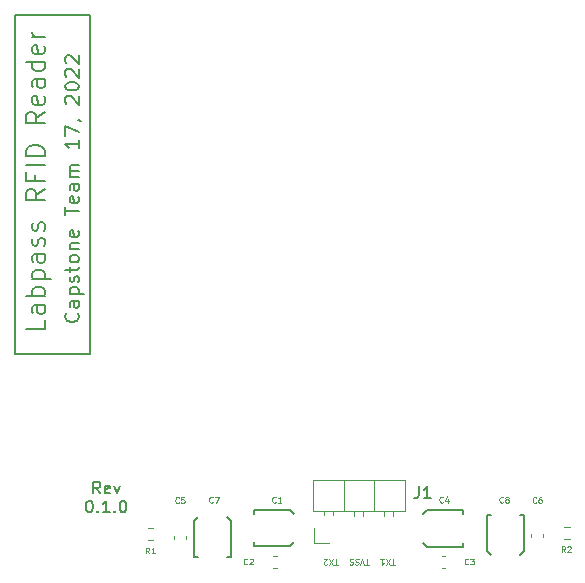
<source format=gto>
%TF.GenerationSoftware,KiCad,Pcbnew,(6.0.4-0)*%
%TF.CreationDate,2022-04-21T20:04:49-07:00*%
%TF.ProjectId,Labpass RFID Reader - Mez,4c616270-6173-4732-9052-464944205265,0.1.0*%
%TF.SameCoordinates,Original*%
%TF.FileFunction,Legend,Top*%
%TF.FilePolarity,Positive*%
%FSLAX46Y46*%
G04 Gerber Fmt 4.6, Leading zero omitted, Abs format (unit mm)*
G04 Created by KiCad (PCBNEW (6.0.4-0)) date 2022-04-21 20:04:49*
%MOMM*%
%LPD*%
G01*
G04 APERTURE LIST*
%ADD10C,0.150000*%
%ADD11C,0.200000*%
%ADD12C,0.100000*%
%ADD13C,0.125000*%
%ADD14C,0.127000*%
%ADD15C,0.120000*%
G04 APERTURE END LIST*
D10*
X110070004Y-101634999D02*
X116470004Y-101634999D01*
X116470004Y-101634999D02*
X116470004Y-72934999D01*
X116470004Y-72934999D02*
X110070004Y-72934999D01*
X110070004Y-72934999D02*
X110070004Y-101634999D01*
D11*
X115398575Y-98177856D02*
X115455718Y-98234999D01*
X115512861Y-98406427D01*
X115512861Y-98520713D01*
X115455718Y-98692141D01*
X115341432Y-98806427D01*
X115227146Y-98863570D01*
X114998575Y-98920713D01*
X114827146Y-98920713D01*
X114598575Y-98863570D01*
X114484289Y-98806427D01*
X114370004Y-98692141D01*
X114312861Y-98520713D01*
X114312861Y-98406427D01*
X114370004Y-98234999D01*
X114427146Y-98177856D01*
X115512861Y-97149284D02*
X114884289Y-97149284D01*
X114770004Y-97206427D01*
X114712861Y-97320713D01*
X114712861Y-97549284D01*
X114770004Y-97663570D01*
X115455718Y-97149284D02*
X115512861Y-97263570D01*
X115512861Y-97549284D01*
X115455718Y-97663570D01*
X115341432Y-97720713D01*
X115227146Y-97720713D01*
X115112861Y-97663570D01*
X115055718Y-97549284D01*
X115055718Y-97263570D01*
X114998575Y-97149284D01*
X114712861Y-96577856D02*
X115912861Y-96577856D01*
X114770004Y-96577856D02*
X114712861Y-96463570D01*
X114712861Y-96234999D01*
X114770004Y-96120713D01*
X114827146Y-96063570D01*
X114941432Y-96006427D01*
X115284289Y-96006427D01*
X115398575Y-96063570D01*
X115455718Y-96120713D01*
X115512861Y-96234999D01*
X115512861Y-96463570D01*
X115455718Y-96577856D01*
X115455718Y-95549284D02*
X115512861Y-95434999D01*
X115512861Y-95206427D01*
X115455718Y-95092141D01*
X115341432Y-95034999D01*
X115284289Y-95034999D01*
X115170004Y-95092141D01*
X115112861Y-95206427D01*
X115112861Y-95377856D01*
X115055718Y-95492141D01*
X114941432Y-95549284D01*
X114884289Y-95549284D01*
X114770004Y-95492141D01*
X114712861Y-95377856D01*
X114712861Y-95206427D01*
X114770004Y-95092141D01*
X114712861Y-94692141D02*
X114712861Y-94234999D01*
X114312861Y-94520713D02*
X115341432Y-94520713D01*
X115455718Y-94463570D01*
X115512861Y-94349284D01*
X115512861Y-94234999D01*
X115512861Y-93663570D02*
X115455718Y-93777856D01*
X115398575Y-93834999D01*
X115284289Y-93892141D01*
X114941432Y-93892141D01*
X114827146Y-93834999D01*
X114770004Y-93777856D01*
X114712861Y-93663570D01*
X114712861Y-93492141D01*
X114770004Y-93377856D01*
X114827146Y-93320713D01*
X114941432Y-93263570D01*
X115284289Y-93263570D01*
X115398575Y-93320713D01*
X115455718Y-93377856D01*
X115512861Y-93492141D01*
X115512861Y-93663570D01*
X114712861Y-92749284D02*
X115512861Y-92749284D01*
X114827146Y-92749284D02*
X114770004Y-92692141D01*
X114712861Y-92577856D01*
X114712861Y-92406427D01*
X114770004Y-92292141D01*
X114884289Y-92234999D01*
X115512861Y-92234999D01*
X115455718Y-91206427D02*
X115512861Y-91320713D01*
X115512861Y-91549284D01*
X115455718Y-91663570D01*
X115341432Y-91720713D01*
X114884289Y-91720713D01*
X114770004Y-91663570D01*
X114712861Y-91549284D01*
X114712861Y-91320713D01*
X114770004Y-91206427D01*
X114884289Y-91149284D01*
X114998575Y-91149284D01*
X115112861Y-91720713D01*
X114312861Y-89892141D02*
X114312861Y-89206427D01*
X115512861Y-89549284D02*
X114312861Y-89549284D01*
X115455718Y-88349284D02*
X115512861Y-88463570D01*
X115512861Y-88692141D01*
X115455718Y-88806427D01*
X115341432Y-88863570D01*
X114884289Y-88863570D01*
X114770004Y-88806427D01*
X114712861Y-88692141D01*
X114712861Y-88463570D01*
X114770004Y-88349284D01*
X114884289Y-88292141D01*
X114998575Y-88292141D01*
X115112861Y-88863570D01*
X115512861Y-87263570D02*
X114884289Y-87263570D01*
X114770004Y-87320713D01*
X114712861Y-87434999D01*
X114712861Y-87663570D01*
X114770004Y-87777856D01*
X115455718Y-87263570D02*
X115512861Y-87377856D01*
X115512861Y-87663570D01*
X115455718Y-87777856D01*
X115341432Y-87834999D01*
X115227146Y-87834999D01*
X115112861Y-87777856D01*
X115055718Y-87663570D01*
X115055718Y-87377856D01*
X114998575Y-87263570D01*
X115512861Y-86692141D02*
X114712861Y-86692141D01*
X114827146Y-86692141D02*
X114770004Y-86634999D01*
X114712861Y-86520713D01*
X114712861Y-86349284D01*
X114770004Y-86234999D01*
X114884289Y-86177856D01*
X115512861Y-86177856D01*
X114884289Y-86177856D02*
X114770004Y-86120713D01*
X114712861Y-86006427D01*
X114712861Y-85834999D01*
X114770004Y-85720713D01*
X114884289Y-85663570D01*
X115512861Y-85663570D01*
X115512861Y-83549284D02*
X115512861Y-84234999D01*
X115512861Y-83892141D02*
X114312861Y-83892141D01*
X114484289Y-84006427D01*
X114598575Y-84120713D01*
X114655718Y-84234999D01*
X114312861Y-83149284D02*
X114312861Y-82349284D01*
X115512861Y-82863570D01*
X115455718Y-81834999D02*
X115512861Y-81834999D01*
X115627146Y-81892141D01*
X115684289Y-81949284D01*
X114427146Y-80463570D02*
X114370004Y-80406427D01*
X114312861Y-80292141D01*
X114312861Y-80006427D01*
X114370004Y-79892141D01*
X114427146Y-79834999D01*
X114541432Y-79777856D01*
X114655718Y-79777856D01*
X114827146Y-79834999D01*
X115512861Y-80520713D01*
X115512861Y-79777856D01*
X114312861Y-79034999D02*
X114312861Y-78920713D01*
X114370004Y-78806427D01*
X114427146Y-78749284D01*
X114541432Y-78692141D01*
X114770004Y-78634999D01*
X115055718Y-78634999D01*
X115284289Y-78692141D01*
X115398575Y-78749284D01*
X115455718Y-78806427D01*
X115512861Y-78920713D01*
X115512861Y-79034999D01*
X115455718Y-79149284D01*
X115398575Y-79206427D01*
X115284289Y-79263570D01*
X115055718Y-79320713D01*
X114770004Y-79320713D01*
X114541432Y-79263570D01*
X114427146Y-79206427D01*
X114370004Y-79149284D01*
X114312861Y-79034999D01*
X114427146Y-78177856D02*
X114370004Y-78120713D01*
X114312861Y-78006427D01*
X114312861Y-77720713D01*
X114370004Y-77606427D01*
X114427146Y-77549284D01*
X114541432Y-77492141D01*
X114655718Y-77492141D01*
X114827146Y-77549284D01*
X115512861Y-78234999D01*
X115512861Y-77492141D01*
X114427146Y-77034999D02*
X114370004Y-76977856D01*
X114312861Y-76863570D01*
X114312861Y-76577856D01*
X114370004Y-76463570D01*
X114427146Y-76406427D01*
X114541432Y-76349284D01*
X114655718Y-76349284D01*
X114827146Y-76406427D01*
X115512861Y-77092141D01*
X115512861Y-76349284D01*
X112593813Y-98730237D02*
X112593813Y-99492141D01*
X110993813Y-99492141D01*
X112593813Y-97511189D02*
X111755718Y-97511189D01*
X111603337Y-97587379D01*
X111527146Y-97739760D01*
X111527146Y-98044522D01*
X111603337Y-98196903D01*
X112517623Y-97511189D02*
X112593813Y-97663570D01*
X112593813Y-98044522D01*
X112517623Y-98196903D01*
X112365242Y-98273094D01*
X112212861Y-98273094D01*
X112060480Y-98196903D01*
X111984289Y-98044522D01*
X111984289Y-97663570D01*
X111908099Y-97511189D01*
X112593813Y-96749284D02*
X110993813Y-96749284D01*
X111603337Y-96749284D02*
X111527146Y-96596903D01*
X111527146Y-96292141D01*
X111603337Y-96139760D01*
X111679527Y-96063570D01*
X111831908Y-95987379D01*
X112289051Y-95987379D01*
X112441432Y-96063570D01*
X112517623Y-96139760D01*
X112593813Y-96292141D01*
X112593813Y-96596903D01*
X112517623Y-96749284D01*
X111527146Y-95301665D02*
X113127146Y-95301665D01*
X111603337Y-95301665D02*
X111527146Y-95149284D01*
X111527146Y-94844522D01*
X111603337Y-94692141D01*
X111679527Y-94615951D01*
X111831908Y-94539760D01*
X112289051Y-94539760D01*
X112441432Y-94615951D01*
X112517623Y-94692141D01*
X112593813Y-94844522D01*
X112593813Y-95149284D01*
X112517623Y-95301665D01*
X112593813Y-93168332D02*
X111755718Y-93168332D01*
X111603337Y-93244522D01*
X111527146Y-93396903D01*
X111527146Y-93701665D01*
X111603337Y-93854046D01*
X112517623Y-93168332D02*
X112593813Y-93320713D01*
X112593813Y-93701665D01*
X112517623Y-93854046D01*
X112365242Y-93930237D01*
X112212861Y-93930237D01*
X112060480Y-93854046D01*
X111984289Y-93701665D01*
X111984289Y-93320713D01*
X111908099Y-93168332D01*
X112517623Y-92482618D02*
X112593813Y-92330237D01*
X112593813Y-92025475D01*
X112517623Y-91873094D01*
X112365242Y-91796903D01*
X112289051Y-91796903D01*
X112136670Y-91873094D01*
X112060480Y-92025475D01*
X112060480Y-92254046D01*
X111984289Y-92406427D01*
X111831908Y-92482618D01*
X111755718Y-92482618D01*
X111603337Y-92406427D01*
X111527146Y-92254046D01*
X111527146Y-92025475D01*
X111603337Y-91873094D01*
X112517623Y-91187379D02*
X112593813Y-91034999D01*
X112593813Y-90730237D01*
X112517623Y-90577856D01*
X112365242Y-90501665D01*
X112289051Y-90501665D01*
X112136670Y-90577856D01*
X112060480Y-90730237D01*
X112060480Y-90958808D01*
X111984289Y-91111189D01*
X111831908Y-91187379D01*
X111755718Y-91187379D01*
X111603337Y-91111189D01*
X111527146Y-90958808D01*
X111527146Y-90730237D01*
X111603337Y-90577856D01*
X112593813Y-87682618D02*
X111831908Y-88215951D01*
X112593813Y-88596903D02*
X110993813Y-88596903D01*
X110993813Y-87987379D01*
X111070004Y-87834999D01*
X111146194Y-87758808D01*
X111298575Y-87682618D01*
X111527146Y-87682618D01*
X111679527Y-87758808D01*
X111755718Y-87834999D01*
X111831908Y-87987379D01*
X111831908Y-88596903D01*
X111755718Y-86463570D02*
X111755718Y-86996903D01*
X112593813Y-86996903D02*
X110993813Y-86996903D01*
X110993813Y-86234999D01*
X112593813Y-85625475D02*
X110993813Y-85625475D01*
X112593813Y-84863570D02*
X110993813Y-84863570D01*
X110993813Y-84482618D01*
X111070004Y-84254046D01*
X111222384Y-84101665D01*
X111374765Y-84025475D01*
X111679527Y-83949284D01*
X111908099Y-83949284D01*
X112212861Y-84025475D01*
X112365242Y-84101665D01*
X112517623Y-84254046D01*
X112593813Y-84482618D01*
X112593813Y-84863570D01*
X112593813Y-81130237D02*
X111831908Y-81663570D01*
X112593813Y-82044522D02*
X110993813Y-82044522D01*
X110993813Y-81434999D01*
X111070004Y-81282618D01*
X111146194Y-81206427D01*
X111298575Y-81130237D01*
X111527146Y-81130237D01*
X111679527Y-81206427D01*
X111755718Y-81282618D01*
X111831908Y-81434999D01*
X111831908Y-82044522D01*
X112517623Y-79834999D02*
X112593813Y-79987379D01*
X112593813Y-80292141D01*
X112517623Y-80444522D01*
X112365242Y-80520713D01*
X111755718Y-80520713D01*
X111603337Y-80444522D01*
X111527146Y-80292141D01*
X111527146Y-79987379D01*
X111603337Y-79834999D01*
X111755718Y-79758808D01*
X111908099Y-79758808D01*
X112060480Y-80520713D01*
X112593813Y-78387379D02*
X111755718Y-78387379D01*
X111603337Y-78463570D01*
X111527146Y-78615951D01*
X111527146Y-78920713D01*
X111603337Y-79073094D01*
X112517623Y-78387379D02*
X112593813Y-78539760D01*
X112593813Y-78920713D01*
X112517623Y-79073094D01*
X112365242Y-79149284D01*
X112212861Y-79149284D01*
X112060480Y-79073094D01*
X111984289Y-78920713D01*
X111984289Y-78539760D01*
X111908099Y-78387379D01*
X112593813Y-76939760D02*
X110993813Y-76939760D01*
X112517623Y-76939760D02*
X112593813Y-77092141D01*
X112593813Y-77396903D01*
X112517623Y-77549284D01*
X112441432Y-77625475D01*
X112289051Y-77701665D01*
X111831908Y-77701665D01*
X111679527Y-77625475D01*
X111603337Y-77549284D01*
X111527146Y-77396903D01*
X111527146Y-77092141D01*
X111603337Y-76939760D01*
X112517623Y-75568332D02*
X112593813Y-75720713D01*
X112593813Y-76025475D01*
X112517623Y-76177856D01*
X112365242Y-76254046D01*
X111755718Y-76254046D01*
X111603337Y-76177856D01*
X111527146Y-76025475D01*
X111527146Y-75720713D01*
X111603337Y-75568332D01*
X111755718Y-75492141D01*
X111908099Y-75492141D01*
X112060480Y-76254046D01*
X112593813Y-74806427D02*
X111527146Y-74806427D01*
X111831908Y-74806427D02*
X111679527Y-74730237D01*
X111603337Y-74654046D01*
X111527146Y-74501665D01*
X111527146Y-74349284D01*
D12*
X137419047Y-119473809D02*
X137133333Y-119473809D01*
X137276190Y-118973809D02*
X137276190Y-119473809D01*
X137014285Y-119473809D02*
X136680952Y-118973809D01*
X136680952Y-119473809D02*
X137014285Y-118973809D01*
X136514285Y-119426190D02*
X136490476Y-119450000D01*
X136442857Y-119473809D01*
X136323809Y-119473809D01*
X136276190Y-119450000D01*
X136252380Y-119426190D01*
X136228571Y-119378571D01*
X136228571Y-119330952D01*
X136252380Y-119259523D01*
X136538095Y-118973809D01*
X136228571Y-118973809D01*
X140033333Y-119473809D02*
X139747619Y-119473809D01*
X139890476Y-118973809D02*
X139890476Y-119473809D01*
X139652380Y-119473809D02*
X139485714Y-118973809D01*
X139319047Y-119473809D01*
X139176190Y-118997619D02*
X139104761Y-118973809D01*
X138985714Y-118973809D01*
X138938095Y-118997619D01*
X138914285Y-119021428D01*
X138890476Y-119069047D01*
X138890476Y-119116666D01*
X138914285Y-119164285D01*
X138938095Y-119188095D01*
X138985714Y-119211904D01*
X139080952Y-119235714D01*
X139128571Y-119259523D01*
X139152380Y-119283333D01*
X139176190Y-119330952D01*
X139176190Y-119378571D01*
X139152380Y-119426190D01*
X139128571Y-119450000D01*
X139080952Y-119473809D01*
X138961904Y-119473809D01*
X138890476Y-119450000D01*
X138700000Y-118997619D02*
X138628571Y-118973809D01*
X138509523Y-118973809D01*
X138461904Y-118997619D01*
X138438095Y-119021428D01*
X138414285Y-119069047D01*
X138414285Y-119116666D01*
X138438095Y-119164285D01*
X138461904Y-119188095D01*
X138509523Y-119211904D01*
X138604761Y-119235714D01*
X138652380Y-119259523D01*
X138676190Y-119283333D01*
X138700000Y-119330952D01*
X138700000Y-119378571D01*
X138676190Y-119426190D01*
X138652380Y-119450000D01*
X138604761Y-119473809D01*
X138485714Y-119473809D01*
X138414285Y-119450000D01*
X142219047Y-119473809D02*
X141933333Y-119473809D01*
X142076190Y-118973809D02*
X142076190Y-119473809D01*
X141814285Y-119473809D02*
X141480952Y-118973809D01*
X141480952Y-119473809D02*
X141814285Y-118973809D01*
X141028571Y-118973809D02*
X141314285Y-118973809D01*
X141171428Y-118973809D02*
X141171428Y-119473809D01*
X141219047Y-119402380D01*
X141266666Y-119354761D01*
X141314285Y-119330952D01*
D10*
X117300000Y-113447380D02*
X116966666Y-112971190D01*
X116728571Y-113447380D02*
X116728571Y-112447380D01*
X117109523Y-112447380D01*
X117204761Y-112495000D01*
X117252380Y-112542619D01*
X117300000Y-112637857D01*
X117300000Y-112780714D01*
X117252380Y-112875952D01*
X117204761Y-112923571D01*
X117109523Y-112971190D01*
X116728571Y-112971190D01*
X118109523Y-113399761D02*
X118014285Y-113447380D01*
X117823809Y-113447380D01*
X117728571Y-113399761D01*
X117680952Y-113304523D01*
X117680952Y-112923571D01*
X117728571Y-112828333D01*
X117823809Y-112780714D01*
X118014285Y-112780714D01*
X118109523Y-112828333D01*
X118157142Y-112923571D01*
X118157142Y-113018809D01*
X117680952Y-113114047D01*
X118490476Y-112780714D02*
X118728571Y-113447380D01*
X118966666Y-112780714D01*
X116323809Y-114057380D02*
X116419047Y-114057380D01*
X116514285Y-114105000D01*
X116561904Y-114152619D01*
X116609523Y-114247857D01*
X116657142Y-114438333D01*
X116657142Y-114676428D01*
X116609523Y-114866904D01*
X116561904Y-114962142D01*
X116514285Y-115009761D01*
X116419047Y-115057380D01*
X116323809Y-115057380D01*
X116228571Y-115009761D01*
X116180952Y-114962142D01*
X116133333Y-114866904D01*
X116085714Y-114676428D01*
X116085714Y-114438333D01*
X116133333Y-114247857D01*
X116180952Y-114152619D01*
X116228571Y-114105000D01*
X116323809Y-114057380D01*
X117085714Y-114962142D02*
X117133333Y-115009761D01*
X117085714Y-115057380D01*
X117038095Y-115009761D01*
X117085714Y-114962142D01*
X117085714Y-115057380D01*
X118085714Y-115057380D02*
X117514285Y-115057380D01*
X117800000Y-115057380D02*
X117800000Y-114057380D01*
X117704761Y-114200238D01*
X117609523Y-114295476D01*
X117514285Y-114343095D01*
X118514285Y-114962142D02*
X118561904Y-115009761D01*
X118514285Y-115057380D01*
X118466666Y-115009761D01*
X118514285Y-114962142D01*
X118514285Y-115057380D01*
X119180952Y-114057380D02*
X119276190Y-114057380D01*
X119371428Y-114105000D01*
X119419047Y-114152619D01*
X119466666Y-114247857D01*
X119514285Y-114438333D01*
X119514285Y-114676428D01*
X119466666Y-114866904D01*
X119419047Y-114962142D01*
X119371428Y-115009761D01*
X119276190Y-115057380D01*
X119180952Y-115057380D01*
X119085714Y-115009761D01*
X119038095Y-114962142D01*
X118990476Y-114866904D01*
X118942857Y-114676428D01*
X118942857Y-114438333D01*
X118990476Y-114247857D01*
X119038095Y-114152619D01*
X119085714Y-114105000D01*
X119180952Y-114057380D01*
D13*
%TO.C,C1*%
X132162666Y-114178576D02*
X132138857Y-114202385D01*
X132067428Y-114226195D01*
X132019809Y-114226195D01*
X131948380Y-114202385D01*
X131900761Y-114154766D01*
X131876952Y-114107147D01*
X131853142Y-114011909D01*
X131853142Y-113940481D01*
X131876952Y-113845243D01*
X131900761Y-113797624D01*
X131948380Y-113750005D01*
X132019809Y-113726195D01*
X132067428Y-113726195D01*
X132138857Y-113750005D01*
X132162666Y-113773814D01*
X132638857Y-114226195D02*
X132353142Y-114226195D01*
X132496000Y-114226195D02*
X132496000Y-113726195D01*
X132448380Y-113797624D01*
X132400761Y-113845243D01*
X132353142Y-113869052D01*
%TO.C,C5*%
X123963573Y-114213570D02*
X123939764Y-114237379D01*
X123868335Y-114261189D01*
X123820716Y-114261189D01*
X123749287Y-114237379D01*
X123701668Y-114189760D01*
X123677859Y-114142141D01*
X123654049Y-114046903D01*
X123654049Y-113975475D01*
X123677859Y-113880237D01*
X123701668Y-113832618D01*
X123749287Y-113784999D01*
X123820716Y-113761189D01*
X123868335Y-113761189D01*
X123939764Y-113784999D01*
X123963573Y-113808808D01*
X124415954Y-113761189D02*
X124177859Y-113761189D01*
X124154049Y-113999284D01*
X124177859Y-113975475D01*
X124225478Y-113951665D01*
X124344526Y-113951665D01*
X124392145Y-113975475D01*
X124415954Y-113999284D01*
X124439764Y-114046903D01*
X124439764Y-114165951D01*
X124415954Y-114213570D01*
X124392145Y-114237379D01*
X124344526Y-114261189D01*
X124225478Y-114261189D01*
X124177859Y-114237379D01*
X124154049Y-114213570D01*
%TO.C,C2*%
X129763573Y-119413570D02*
X129739764Y-119437379D01*
X129668335Y-119461189D01*
X129620716Y-119461189D01*
X129549287Y-119437379D01*
X129501668Y-119389760D01*
X129477859Y-119342141D01*
X129454049Y-119246903D01*
X129454049Y-119175475D01*
X129477859Y-119080237D01*
X129501668Y-119032618D01*
X129549287Y-118984999D01*
X129620716Y-118961189D01*
X129668335Y-118961189D01*
X129739764Y-118984999D01*
X129763573Y-119008808D01*
X129954049Y-119008808D02*
X129977859Y-118984999D01*
X130025478Y-118961189D01*
X130144526Y-118961189D01*
X130192145Y-118984999D01*
X130215954Y-119008808D01*
X130239764Y-119056427D01*
X130239764Y-119104046D01*
X130215954Y-119175475D01*
X129930240Y-119461189D01*
X130239764Y-119461189D01*
%TO.C,C8*%
X151410666Y-114178571D02*
X151386857Y-114202380D01*
X151315428Y-114226190D01*
X151267809Y-114226190D01*
X151196380Y-114202380D01*
X151148761Y-114154761D01*
X151124952Y-114107142D01*
X151101142Y-114011904D01*
X151101142Y-113940476D01*
X151124952Y-113845238D01*
X151148761Y-113797619D01*
X151196380Y-113750000D01*
X151267809Y-113726190D01*
X151315428Y-113726190D01*
X151386857Y-113750000D01*
X151410666Y-113773809D01*
X151696380Y-113940476D02*
X151648761Y-113916666D01*
X151624952Y-113892857D01*
X151601142Y-113845238D01*
X151601142Y-113821428D01*
X151624952Y-113773809D01*
X151648761Y-113750000D01*
X151696380Y-113726190D01*
X151791619Y-113726190D01*
X151839238Y-113750000D01*
X151863047Y-113773809D01*
X151886857Y-113821428D01*
X151886857Y-113845238D01*
X151863047Y-113892857D01*
X151839238Y-113916666D01*
X151791619Y-113940476D01*
X151696380Y-113940476D01*
X151648761Y-113964285D01*
X151624952Y-113988095D01*
X151601142Y-114035714D01*
X151601142Y-114130952D01*
X151624952Y-114178571D01*
X151648761Y-114202380D01*
X151696380Y-114226190D01*
X151791619Y-114226190D01*
X151839238Y-114202380D01*
X151863047Y-114178571D01*
X151886857Y-114130952D01*
X151886857Y-114035714D01*
X151863047Y-113988095D01*
X151839238Y-113964285D01*
X151791619Y-113940476D01*
%TO.C,R2*%
X156658573Y-118429184D02*
X156491907Y-118191089D01*
X156372859Y-118429184D02*
X156372859Y-117929184D01*
X156563335Y-117929184D01*
X156610954Y-117952994D01*
X156634764Y-117976803D01*
X156658573Y-118024422D01*
X156658573Y-118095851D01*
X156634764Y-118143470D01*
X156610954Y-118167279D01*
X156563335Y-118191089D01*
X156372859Y-118191089D01*
X156849049Y-117976803D02*
X156872859Y-117952994D01*
X156920478Y-117929184D01*
X157039526Y-117929184D01*
X157087145Y-117952994D01*
X157110954Y-117976803D01*
X157134764Y-118024422D01*
X157134764Y-118072041D01*
X157110954Y-118143470D01*
X156825240Y-118429184D01*
X157134764Y-118429184D01*
%TO.C,C4*%
X146330666Y-114172171D02*
X146306857Y-114195980D01*
X146235428Y-114219790D01*
X146187809Y-114219790D01*
X146116380Y-114195980D01*
X146068761Y-114148361D01*
X146044952Y-114100742D01*
X146021142Y-114005504D01*
X146021142Y-113934076D01*
X146044952Y-113838838D01*
X146068761Y-113791219D01*
X146116380Y-113743600D01*
X146187809Y-113719790D01*
X146235428Y-113719790D01*
X146306857Y-113743600D01*
X146330666Y-113767409D01*
X146759238Y-113886457D02*
X146759238Y-114219790D01*
X146640190Y-113695980D02*
X146521142Y-114053123D01*
X146830666Y-114053123D01*
D10*
%TO.C,J1*%
X144266666Y-112852380D02*
X144266666Y-113566666D01*
X144219047Y-113709523D01*
X144123809Y-113804761D01*
X143980952Y-113852380D01*
X143885714Y-113852380D01*
X145266666Y-113852380D02*
X144695238Y-113852380D01*
X144980952Y-113852380D02*
X144980952Y-112852380D01*
X144885714Y-112995238D01*
X144790476Y-113090476D01*
X144695238Y-113138095D01*
D13*
%TO.C,C3*%
X148463573Y-119413565D02*
X148439764Y-119437374D01*
X148368335Y-119461184D01*
X148320716Y-119461184D01*
X148249287Y-119437374D01*
X148201668Y-119389755D01*
X148177859Y-119342136D01*
X148154049Y-119246898D01*
X148154049Y-119175470D01*
X148177859Y-119080232D01*
X148201668Y-119032613D01*
X148249287Y-118984994D01*
X148320716Y-118961184D01*
X148368335Y-118961184D01*
X148439764Y-118984994D01*
X148463573Y-119008803D01*
X148630240Y-118961184D02*
X148939764Y-118961184D01*
X148773097Y-119151660D01*
X148844526Y-119151660D01*
X148892145Y-119175470D01*
X148915954Y-119199279D01*
X148939764Y-119246898D01*
X148939764Y-119365946D01*
X148915954Y-119413565D01*
X148892145Y-119437374D01*
X148844526Y-119461184D01*
X148701668Y-119461184D01*
X148654049Y-119437374D01*
X148630240Y-119413565D01*
%TO.C,R1*%
X121463573Y-118531195D02*
X121296907Y-118293100D01*
X121177859Y-118531195D02*
X121177859Y-118031195D01*
X121368335Y-118031195D01*
X121415954Y-118055005D01*
X121439764Y-118078814D01*
X121463573Y-118126433D01*
X121463573Y-118197862D01*
X121439764Y-118245481D01*
X121415954Y-118269290D01*
X121368335Y-118293100D01*
X121177859Y-118293100D01*
X121939764Y-118531195D02*
X121654049Y-118531195D01*
X121796907Y-118531195D02*
X121796907Y-118031195D01*
X121749287Y-118102624D01*
X121701668Y-118150243D01*
X121654049Y-118174052D01*
%TO.C,C7*%
X126828666Y-114178576D02*
X126804857Y-114202385D01*
X126733428Y-114226195D01*
X126685809Y-114226195D01*
X126614380Y-114202385D01*
X126566761Y-114154766D01*
X126542952Y-114107147D01*
X126519142Y-114011909D01*
X126519142Y-113940481D01*
X126542952Y-113845243D01*
X126566761Y-113797624D01*
X126614380Y-113750005D01*
X126685809Y-113726195D01*
X126733428Y-113726195D01*
X126804857Y-113750005D01*
X126828666Y-113773814D01*
X126995333Y-113726195D02*
X127328666Y-113726195D01*
X127114380Y-114226195D01*
%TO.C,C6*%
X154213573Y-114213565D02*
X154189764Y-114237374D01*
X154118335Y-114261184D01*
X154070716Y-114261184D01*
X153999287Y-114237374D01*
X153951668Y-114189755D01*
X153927859Y-114142136D01*
X153904049Y-114046898D01*
X153904049Y-113975470D01*
X153927859Y-113880232D01*
X153951668Y-113832613D01*
X153999287Y-113784994D01*
X154070716Y-113761184D01*
X154118335Y-113761184D01*
X154189764Y-113784994D01*
X154213573Y-113808803D01*
X154642145Y-113761184D02*
X154546907Y-113761184D01*
X154499287Y-113784994D01*
X154475478Y-113808803D01*
X154427859Y-113880232D01*
X154404049Y-113975470D01*
X154404049Y-114165946D01*
X154427859Y-114213565D01*
X154451668Y-114237374D01*
X154499287Y-114261184D01*
X154594526Y-114261184D01*
X154642145Y-114237374D01*
X154665954Y-114213565D01*
X154689764Y-114165946D01*
X154689764Y-114046898D01*
X154665954Y-113999279D01*
X154642145Y-113975470D01*
X154594526Y-113951660D01*
X154499287Y-113951660D01*
X154451668Y-113975470D01*
X154427859Y-113999279D01*
X154404049Y-114046898D01*
D14*
%TO.C,C1*%
X130350000Y-114825005D02*
X133400000Y-114825005D01*
X130350000Y-117595005D02*
X130350000Y-117925005D01*
X133732000Y-117594005D02*
X133400000Y-117925005D01*
X133400000Y-114825005D02*
X133732000Y-115156005D01*
X133400000Y-117925005D02*
X130350000Y-117925005D01*
X130350000Y-114825005D02*
X130350000Y-115155005D01*
D15*
%TO.C,C5*%
X124556907Y-117315585D02*
X124556907Y-117034425D01*
X123536907Y-117315585D02*
X123536907Y-117034425D01*
%TO.C,C2*%
X132240580Y-118774999D02*
X131959420Y-118774999D01*
X132240580Y-119794999D02*
X131959420Y-119794999D01*
D14*
%TO.C,C8*%
X150381000Y-118632000D02*
X150050000Y-118300000D01*
X153150000Y-115250000D02*
X152820000Y-115250000D01*
X150380000Y-115250000D02*
X150050000Y-115250000D01*
X150050000Y-118300000D02*
X150050000Y-115250000D01*
X153150000Y-115250000D02*
X153150000Y-118300000D01*
X153150000Y-118300000D02*
X152819000Y-118632000D01*
D15*
%TO.C,R2*%
X156559649Y-116262494D02*
X157034165Y-116262494D01*
X156559649Y-117307494D02*
X157034165Y-117307494D01*
D14*
%TO.C,C4*%
X148050000Y-117950000D02*
X148050000Y-117620000D01*
X148050000Y-117950000D02*
X145000000Y-117950000D01*
X145000000Y-114850000D02*
X148050000Y-114850000D01*
X145000000Y-117950000D02*
X144668000Y-117619000D01*
X144668000Y-115181000D02*
X145000000Y-114850000D01*
X148050000Y-115180000D02*
X148050000Y-114850000D01*
D15*
%TO.C,J1*%
X143070000Y-114960000D02*
X143070000Y-112300000D01*
X135330000Y-112300000D02*
X135330000Y-114960000D01*
X137040000Y-115290000D02*
X137040000Y-114960000D01*
X143070000Y-112300000D02*
X135330000Y-112300000D01*
X136660000Y-117670000D02*
X135390000Y-117670000D01*
X139580000Y-115357071D02*
X139580000Y-114960000D01*
X135330000Y-114960000D02*
X143070000Y-114960000D01*
X140470000Y-114960000D02*
X140470000Y-112300000D01*
X137930000Y-114960000D02*
X137930000Y-112300000D01*
X141360000Y-115357071D02*
X141360000Y-114960000D01*
X142120000Y-115357071D02*
X142120000Y-114960000D01*
X135390000Y-117670000D02*
X135390000Y-116400000D01*
X138820000Y-115357071D02*
X138820000Y-114960000D01*
X136280000Y-115290000D02*
X136280000Y-114960000D01*
%TO.C,C3*%
X146204420Y-119794994D02*
X146485580Y-119794994D01*
X146204420Y-118774994D02*
X146485580Y-118774994D01*
%TO.C,R1*%
X121784165Y-117397505D02*
X121309649Y-117397505D01*
X121784165Y-116352505D02*
X121309649Y-116352505D01*
D14*
%TO.C,C7*%
X128350000Y-115775005D02*
X128350000Y-118825005D01*
X125250000Y-118825005D02*
X125580000Y-118825005D01*
X128019000Y-115443005D02*
X128350000Y-115775005D01*
X128020000Y-118825005D02*
X128350000Y-118825005D01*
X125250000Y-118825005D02*
X125250000Y-115775005D01*
X125250000Y-115775005D02*
X125581000Y-115443005D01*
D15*
%TO.C,C6*%
X153786907Y-116894414D02*
X153786907Y-117175574D01*
X154806907Y-116894414D02*
X154806907Y-117175574D01*
%TD*%
M02*

</source>
